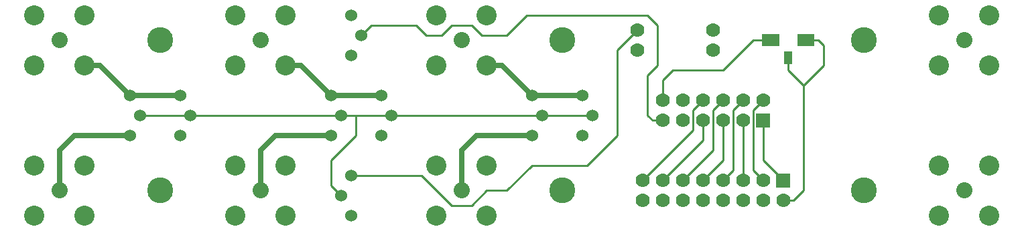
<source format=gbr>
G04 start of page 2 for group 0 idx 0 *
G04 Title: (unknown), top *
G04 Creator: pcb 20140316 *
G04 CreationDate: Tue 28 Aug 2018 05:55:18 PM GMT UTC *
G04 For: thomasc *
G04 Format: Gerber/RS-274X *
G04 PCB-Dimensions (mil): 5000.00 1250.00 *
G04 PCB-Coordinate-Origin: lower left *
%MOIN*%
%FSLAX25Y25*%
%LNTOP*%
%ADD24C,0.0420*%
%ADD23C,0.0520*%
%ADD22C,0.0350*%
%ADD21C,0.1250*%
%ADD20C,0.1290*%
%ADD19R,0.0400X0.0400*%
%ADD18R,0.0600X0.0600*%
%ADD17C,0.0001*%
%ADD16C,0.0700*%
%ADD15C,0.1000*%
%ADD14C,0.0800*%
%ADD13C,0.0600*%
%ADD12C,0.0100*%
%ADD11C,0.0250*%
G54D11*X237500Y87500D02*X245000D01*
X260000Y72500D01*
X285000D01*
G54D12*X317500Y62500D02*Y82500D01*
X387500Y91250D02*Y85000D01*
X396250Y100000D02*X402500D01*
X405000Y97500D01*
Y87500D01*
X395000Y77500D01*
X387500Y85000D01*
X325000Y70000D02*Y80000D01*
X345000Y70000D02*X340000Y65000D01*
X325000Y80000D02*X330000Y85000D01*
X302500Y52500D02*Y95000D01*
X312500Y105000D01*
X322500Y107500D02*Y87500D01*
X317500Y82500D02*X322500Y87500D01*
X330000Y85000D02*X355000D01*
X370000Y100000D01*
X378750D01*
X365000Y70000D02*X360000Y65000D01*
X375000Y70000D02*X370000Y65000D01*
X355000Y70000D02*X350000Y65000D01*
G54D11*X37500Y87500D02*X45000D01*
X60000Y72500D01*
X85000D01*
X25000Y25000D02*Y45000D01*
X32500Y52500D01*
G54D12*X395000Y77500D02*Y25000D01*
X390000Y20000D01*
X385000D01*
X375000Y60000D02*Y40000D01*
X370000Y65000D02*Y35000D01*
X375000Y30000D01*
Y40000D02*X385000Y30000D01*
X365000Y60000D02*Y30000D01*
X360000Y65000D02*Y35000D01*
X355000Y60000D02*Y40000D01*
X350000Y65000D02*Y45000D01*
X345000Y60000D02*Y50000D01*
X340000Y65000D02*Y55000D01*
X360000Y35000D02*X355000Y30000D01*
Y40000D02*X345000Y30000D01*
X350000Y45000D02*X335000Y30000D01*
X345000Y50000D02*X325000Y30000D01*
X340000Y55000D02*X315000Y30000D01*
X175000Y102500D02*X180000Y107500D01*
X202500D01*
X207500Y102500D01*
X215000D01*
X220000Y107500D01*
X230000D01*
X257500Y112500D02*X317500D01*
X322500Y107500D01*
X230000D02*X235000Y102500D01*
X247500D01*
X257500Y112500D01*
G54D11*X137500Y87500D02*X145000D01*
X160000Y72500D01*
X185000D01*
X32500Y52500D02*X60000D01*
X125000Y25000D02*Y45000D01*
X132500Y52500D01*
G54D12*X165000Y22500D02*X160000Y27500D01*
Y40000D01*
G54D11*X225000Y25000D02*Y45000D01*
X232500Y52500D01*
G54D12*X160000Y40000D02*X172500Y52500D01*
X170000Y32500D02*X205000D01*
G54D11*X132500Y52500D02*X160000D01*
X232500D02*X260000D01*
G54D12*X65000Y62500D02*X290000D01*
X325000Y60000D02*X320000D01*
X317500Y62500D01*
X172500Y52500D02*Y62500D01*
X205000Y32500D02*X220000Y17500D01*
X230000D01*
X237500Y25000D01*
X247500D01*
X260000Y37500D01*
X287500D01*
X302500Y52500D01*
G54D13*X260000Y72500D03*
Y52500D03*
X265000Y62500D03*
X285000Y72500D03*
Y52500D03*
X290000Y62500D03*
G54D14*X225000Y100000D03*
G54D15*X237500Y112500D03*
Y87500D03*
G54D14*X225000Y25000D03*
G54D15*X237500Y37500D03*
Y12500D03*
G54D16*X385000Y20000D03*
G54D17*G36*
X381500Y33500D02*Y26500D01*
X388500D01*
Y33500D01*
X381500D01*
G37*
G54D16*X375000Y20000D03*
Y30000D03*
X365000Y20000D03*
Y30000D03*
X355000Y20000D03*
Y30000D03*
X345000Y20000D03*
X375000Y70000D03*
X365000D03*
Y60000D03*
G54D17*G36*
X371500Y63500D02*Y56500D01*
X378500D01*
Y63500D01*
X371500D01*
G37*
G54D16*X355000Y60000D03*
X345000D03*
Y30000D03*
X350000Y95000D03*
Y105000D03*
X355000Y70000D03*
X345000D03*
X335000Y20000D03*
X325000D03*
X315000D03*
X335000Y30000D03*
X325000D03*
X315000D03*
X312500Y95000D03*
Y105000D03*
X335000Y70000D03*
X325000D03*
Y60000D03*
X335000D03*
G54D14*X475000Y100000D03*
G54D15*X462500Y112500D03*
X487500D03*
Y87500D03*
X462500D03*
G54D14*X475000Y25000D03*
G54D15*X462500Y37500D03*
Y12500D03*
X487500Y37500D03*
Y12500D03*
G54D13*X60000Y72500D03*
Y52500D03*
X65000Y62500D03*
X85000Y72500D03*
Y52500D03*
X90000Y62500D03*
G54D14*X25000Y100000D03*
Y25000D03*
G54D15*X12500Y112500D03*
X37500D03*
Y87500D03*
Y37500D03*
Y12500D03*
X12500Y87500D03*
Y37500D03*
Y12500D03*
G54D13*X160000Y72500D03*
Y52500D03*
X165000Y62500D03*
X185000Y72500D03*
Y52500D03*
X190000Y62500D03*
X170000Y112500D03*
Y92500D03*
G54D15*X212500Y112500D03*
Y87500D03*
G54D13*X175000Y102500D03*
G54D14*X125000Y100000D03*
G54D15*X112500Y112500D03*
X137500D03*
Y87500D03*
X112500D03*
G54D13*X170000Y12500D03*
Y32500D03*
X165000Y22500D03*
G54D15*X212500Y12500D03*
G54D14*X125000Y25000D03*
G54D15*X137500Y12500D03*
X112500D03*
Y37500D03*
X137500D03*
X212500D03*
G54D18*X377500Y100000D02*X380000D01*
X395000D02*X397500D01*
G54D19*X387500Y92500D02*Y90000D01*
G54D20*X75000Y100000D03*
X275000D03*
X75000Y25000D03*
X275000D03*
X425000D03*
Y100000D03*
G54D21*G54D22*G54D23*G54D16*G54D23*G54D16*G54D24*G54D23*G54D16*G54D23*G54D16*G54D22*G54D23*G54D16*G54D22*G54D16*G54D22*G54D23*G54D16*G54D22*G54D16*G54D23*G54D16*M02*

</source>
